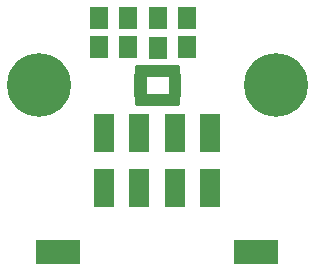
<source format=gbr>
G04 #@! TF.FileFunction,Soldermask,Top*
%FSLAX46Y46*%
G04 Gerber Fmt 4.6, Leading zero omitted, Abs format (unit mm)*
G04 Created by KiCad (PCBNEW 4.0.4-stable) date 03/19/18 23:17:59*
%MOMM*%
%LPD*%
G01*
G04 APERTURE LIST*
%ADD10C,0.100000*%
%ADD11C,0.381000*%
%ADD12R,1.650000X1.900000*%
%ADD13R,0.680000X0.930000*%
%ADD14R,0.930000X0.680000*%
%ADD15R,1.670000X3.320000*%
%ADD16R,3.830000X2.050000*%
%ADD17C,5.400000*%
G04 APERTURE END LIST*
D10*
D11*
G36*
X98304160Y-98470000D02*
X98680000Y-98470000D01*
X98680000Y-99076821D01*
X98304160Y-99076821D01*
X98304160Y-98470000D01*
G37*
X98304160Y-98470000D02*
X98680000Y-98470000D01*
X98680000Y-99076821D01*
X98304160Y-99076821D01*
X98304160Y-98470000D01*
G36*
X98218560Y-99541441D02*
X98218560Y-99167816D01*
X98827820Y-99167816D01*
X98827820Y-99541441D01*
X98218560Y-99541441D01*
G37*
X98218560Y-99541441D02*
X98218560Y-99167816D01*
X98827820Y-99167816D01*
X98827820Y-99541441D01*
X98218560Y-99541441D01*
G36*
X98680000Y-101536240D02*
X98303100Y-101536240D01*
X98303100Y-100920000D01*
X98680000Y-100920000D01*
X98680000Y-101536240D01*
G37*
X98680000Y-101536240D02*
X98303100Y-101536240D01*
X98303100Y-100920000D01*
X98680000Y-100920000D01*
X98680000Y-101536240D01*
G36*
X101771100Y-99171098D02*
X101771100Y-99538108D01*
X101161890Y-99538108D01*
X101161890Y-99171098D01*
X101771100Y-99171098D01*
G37*
X101771100Y-99171098D02*
X101771100Y-99538108D01*
X101161890Y-99538108D01*
X101161890Y-99171098D01*
X101771100Y-99171098D01*
G36*
X98736430Y-98470000D02*
X99110000Y-98470000D01*
X99110000Y-99077386D01*
X98736430Y-99077386D01*
X98736430Y-98470000D01*
G37*
X98736430Y-98470000D02*
X99110000Y-98470000D01*
X99110000Y-99077386D01*
X98736430Y-99077386D01*
X98736430Y-98470000D01*
G36*
X99167697Y-98470000D02*
X99540000Y-98470000D01*
X99540000Y-99077448D01*
X99167697Y-99077448D01*
X99167697Y-98470000D01*
G37*
X99167697Y-98470000D02*
X99540000Y-98470000D01*
X99540000Y-99077448D01*
X99167697Y-99077448D01*
X99167697Y-98470000D01*
G36*
X99598051Y-98470000D02*
X99970000Y-98470000D01*
X99970000Y-99075520D01*
X99598051Y-99075520D01*
X99598051Y-98470000D01*
G37*
X99598051Y-98470000D02*
X99970000Y-98470000D01*
X99970000Y-99075520D01*
X99598051Y-99075520D01*
X99598051Y-98470000D01*
G36*
X100461817Y-98470000D02*
X100830000Y-98470000D01*
X100830000Y-99076364D01*
X100461817Y-99076364D01*
X100461817Y-98470000D01*
G37*
X100461817Y-98470000D02*
X100830000Y-98470000D01*
X100830000Y-99076364D01*
X100461817Y-99076364D01*
X100461817Y-98470000D01*
G36*
X100030102Y-98470000D02*
X100400000Y-98470000D01*
X100400000Y-99076861D01*
X100030102Y-99076861D01*
X100030102Y-98470000D01*
G37*
X100030102Y-98470000D02*
X100400000Y-98470000D01*
X100400000Y-99076861D01*
X100030102Y-99076861D01*
X100030102Y-98470000D01*
G36*
X101323580Y-98470000D02*
X101690000Y-98470000D01*
X101690000Y-99077508D01*
X101323580Y-99077508D01*
X101323580Y-98470000D01*
G37*
X101323580Y-98470000D02*
X101690000Y-98470000D01*
X101690000Y-99077508D01*
X101323580Y-99077508D01*
X101323580Y-98470000D01*
G36*
X100893810Y-98470000D02*
X101260000Y-98470000D01*
X101260000Y-99076061D01*
X100893810Y-99076061D01*
X100893810Y-98470000D01*
G37*
X100893810Y-98470000D02*
X101260000Y-98470000D01*
X101260000Y-99076061D01*
X100893810Y-99076061D01*
X100893810Y-98470000D01*
G36*
X101772880Y-99602877D02*
X101772880Y-99967500D01*
X101162500Y-99967500D01*
X101162500Y-99602877D01*
X101772880Y-99602877D01*
G37*
X101772880Y-99602877D02*
X101772880Y-99967500D01*
X101162500Y-99967500D01*
X101162500Y-99602877D01*
X101772880Y-99602877D01*
G36*
X101772090Y-100032094D02*
X101772090Y-100399115D01*
X101160890Y-100399115D01*
X101160890Y-100032094D01*
X101772090Y-100032094D01*
G37*
X101772090Y-100032094D02*
X101772090Y-100399115D01*
X101160890Y-100399115D01*
X101160890Y-100032094D01*
X101772090Y-100032094D01*
G36*
X101773730Y-100463727D02*
X101773730Y-100829451D01*
X101160550Y-100829451D01*
X101160550Y-100463727D01*
X101773730Y-100463727D01*
G37*
X101773730Y-100463727D02*
X101773730Y-100829451D01*
X101160550Y-100829451D01*
X101160550Y-100463727D01*
X101773730Y-100463727D01*
G36*
X98217230Y-99972771D02*
X98217230Y-99597514D01*
X98827510Y-99597514D01*
X98827510Y-99972771D01*
X98217230Y-99972771D01*
G37*
X98217230Y-99972771D02*
X98217230Y-99597514D01*
X98827510Y-99597514D01*
X98827510Y-99972771D01*
X98217230Y-99972771D01*
G36*
X98218750Y-100401248D02*
X98218750Y-100029346D01*
X98829350Y-100029346D01*
X98829350Y-100401248D01*
X98218750Y-100401248D01*
G37*
X98218750Y-100401248D02*
X98218750Y-100029346D01*
X98829350Y-100029346D01*
X98829350Y-100401248D01*
X98218750Y-100401248D01*
G36*
X98214780Y-100835218D02*
X98214780Y-100458580D01*
X98828580Y-100458580D01*
X98828580Y-100835218D01*
X98214780Y-100835218D01*
G37*
X98214780Y-100835218D02*
X98214780Y-100458580D01*
X98828580Y-100458580D01*
X98828580Y-100835218D01*
X98214780Y-100835218D01*
G36*
X99110000Y-101532670D02*
X98737810Y-101532670D01*
X98737810Y-100920000D01*
X99110000Y-100920000D01*
X99110000Y-101532670D01*
G37*
X99110000Y-101532670D02*
X98737810Y-101532670D01*
X98737810Y-100920000D01*
X99110000Y-100920000D01*
X99110000Y-101532670D01*
G36*
X99540000Y-101532000D02*
X99168919Y-101532000D01*
X99168919Y-100920000D01*
X99540000Y-100920000D01*
X99540000Y-101532000D01*
G37*
X99540000Y-101532000D02*
X99168919Y-101532000D01*
X99168919Y-100920000D01*
X99540000Y-100920000D01*
X99540000Y-101532000D01*
G36*
X99970000Y-101533850D02*
X99598993Y-101533850D01*
X99598993Y-100920000D01*
X99970000Y-100920000D01*
X99970000Y-101533850D01*
G37*
X99970000Y-101533850D02*
X99598993Y-101533850D01*
X99598993Y-100920000D01*
X99970000Y-100920000D01*
X99970000Y-101533850D01*
G36*
X100830000Y-101534270D02*
X100461285Y-101534270D01*
X100461285Y-100920000D01*
X100830000Y-100920000D01*
X100830000Y-101534270D01*
G37*
X100830000Y-101534270D02*
X100461285Y-101534270D01*
X100461285Y-100920000D01*
X100830000Y-100920000D01*
X100830000Y-101534270D01*
G36*
X100400000Y-101533970D02*
X100030078Y-101533970D01*
X100030078Y-100920000D01*
X100400000Y-100920000D01*
X100400000Y-101533970D01*
G37*
X100400000Y-101533970D02*
X100030078Y-101533970D01*
X100030078Y-100920000D01*
X100400000Y-100920000D01*
X100400000Y-101533970D01*
G36*
X101690000Y-101533650D02*
X101323140Y-101533650D01*
X101323140Y-100920000D01*
X101690000Y-100920000D01*
X101690000Y-101533650D01*
G37*
X101690000Y-101533650D02*
X101323140Y-101533650D01*
X101323140Y-100920000D01*
X101690000Y-100920000D01*
X101690000Y-101533650D01*
G36*
X101260000Y-101534210D02*
X100892450Y-101534210D01*
X100892450Y-100920000D01*
X101260000Y-100920000D01*
X101260000Y-101534210D01*
G37*
X101260000Y-101534210D02*
X100892450Y-101534210D01*
X100892450Y-100920000D01*
X101260000Y-100920000D01*
X101260000Y-101534210D01*
D12*
X102500000Y-96830000D03*
X102500000Y-94330000D03*
X97510000Y-96830000D03*
X97510000Y-94330000D03*
X100030000Y-96850000D03*
X100030000Y-94350000D03*
X95040000Y-96840000D03*
X95040000Y-94340000D03*
D13*
X101505000Y-98775000D03*
D14*
X101470000Y-99355000D03*
X101470000Y-99785000D03*
X101470000Y-100215000D03*
X101470000Y-100645000D03*
D13*
X101505000Y-101225000D03*
X101075000Y-101225000D03*
X100645000Y-101225000D03*
X100215000Y-101225000D03*
X99785000Y-101225000D03*
X99355000Y-101225000D03*
X98925000Y-101225000D03*
X98495000Y-101225000D03*
D14*
X98530000Y-100645000D03*
X98530000Y-100215000D03*
X98530000Y-99785000D03*
X98530000Y-99355000D03*
D13*
X98495000Y-98775000D03*
X98925000Y-98775000D03*
X99355000Y-98775000D03*
X99785000Y-98775000D03*
X100215000Y-98775000D03*
X100645000Y-98775000D03*
X101075000Y-98775000D03*
D15*
X104440000Y-108730000D03*
X101440000Y-108730000D03*
X98440000Y-108730000D03*
X95440000Y-108730000D03*
X104440000Y-104100000D03*
X101440000Y-104100000D03*
X98440000Y-104100000D03*
X95440000Y-104100000D03*
D16*
X91545000Y-114200000D03*
X108335000Y-114200000D03*
D17*
X110000000Y-100000000D03*
X90000000Y-100000000D03*
M02*

</source>
